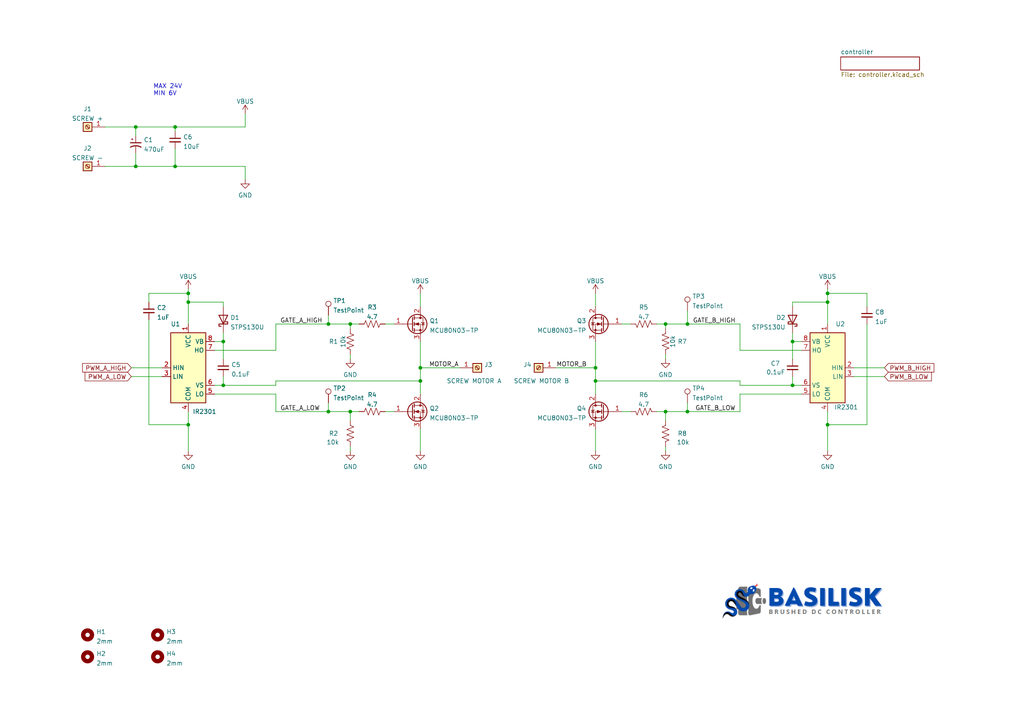
<source format=kicad_sch>
(kicad_sch (version 20211123) (generator eeschema)
  (paper "A4")
  (lib_symbols
    (symbol "Connector:Screw_Terminal_01x01" (pin_names (offset 1.016) hide)
      (property "Reference" "J" (at 0 2.54 0))
      (property "Value" "Screw_Terminal_01x01" (at 0 -2.54 0))
      (symbol "Screw_Terminal_01x01_1_1"
        (rectangle (start -1.27 1.27) (end 1.27 -1.27) (stroke (width 0.254)) (fill (type background)))
        (polyline (pts (xy -0.5334 0.3302) (xy 0.3302 -0.508)) (stroke (width 0.1524)))
        (polyline (pts (xy -0.3556 0.508) (xy 0.508 -0.3302)) (stroke (width 0.1524)))
        (circle (center 0 0) (radius 0.635) (stroke (width 0.1524)))
        (pin passive line (at -5.08 0 0) (length 3.81) (name "Pin_1") (number "1"))
      )
    )
    (symbol "Connector:TestPoint" (pin_numbers hide) (pin_names (offset 0.762) hide)
      (property "Reference" "TP" (at 0 6.858 0))
      (property "Value" "TestPoint" (at 0 5.08 0))
      (symbol "TestPoint_0_1"
        (circle (center 0 3.302) (radius 0.762))
      )
      (symbol "TestPoint_1_1"
        (pin passive line (at 0 0 90) (length 2.54) (name "1") (number "1"))
      )
    )
    (symbol "Device:C_Polarized_Small_US" (pin_numbers hide) (pin_names (offset 0.254) hide)
      (property "Reference" "C" (at 0.254 1.778 0))
      (property "Value" "C_Polarized_Small_US" (at 0.254 -2.032 0))
      (symbol "C_Polarized_Small_US_0_1"
        (polyline (pts (xy -1.524 0.508) (xy 1.524 0.508)) (stroke (width 0.3048)))
        (polyline (pts (xy -1.27 1.524) (xy -0.762 1.524)))
        (polyline (pts (xy -1.016 1.27) (xy -1.016 1.778)))
        (arc (start 1.524 -0.762) (mid 0 -0.3734) (end -1.524 -0.762) (stroke (width 0.3048)))
      )
      (symbol "C_Polarized_Small_US_1_1"
        (pin passive line (at 0 2.54 270) (length 2.032) (name "~") (number "1"))
        (pin passive line (at 0 -2.54 90) (length 2.032) (name "~") (number "2"))
      )
    )
    (symbol "Device:C_Small" (pin_numbers hide) (pin_names (offset 0.254) hide)
      (property "Reference" "C" (at 0.254 1.778 0))
      (property "Value" "C_Small" (at 0.254 -2.032 0))
      (symbol "C_Small_0_1"
        (polyline (pts (xy -1.524 -0.508) (xy 1.524 -0.508)) (stroke (width 0.3302)))
        (polyline (pts (xy -1.524 0.508) (xy 1.524 0.508)) (stroke (width 0.3048)))
      )
      (symbol "C_Small_1_1"
        (pin passive line (at 0 2.54 270) (length 2.032) (name "~") (number "1"))
        (pin passive line (at 0 -2.54 90) (length 2.032) (name "~") (number "2"))
      )
    )
    (symbol "Device:D_Schottky" (pin_numbers hide) (pin_names (offset 1.016) hide)
      (property "Reference" "D" (at 0 2.54 0))
      (property "Value" "D_Schottky" (at 0 -2.54 0))
      (symbol "D_Schottky_0_1"
        (polyline (pts (xy 1.27 0) (xy -1.27 0)))
        (polyline (pts (xy 1.27 1.27) (xy 1.27 -1.27) (xy -1.27 0) (xy 1.27 1.27)) (stroke (width 0.254)))
        (polyline (pts (xy -1.905 0.635) (xy -1.905 1.27) (xy -1.27 1.27) (xy -1.27 -1.27) (xy -0.635 -1.27) (xy -0.635 -0.635)) (stroke (width 0.254)))
      )
      (symbol "D_Schottky_1_1"
        (pin passive line (at -3.81 0 0) (length 2.54) (name "K") (number "1"))
        (pin passive line (at 3.81 0 180) (length 2.54) (name "A") (number "2"))
      )
    )
    (symbol "Device:Q_NMOS_GDS" (pin_names (offset 0) hide)
      (property "Reference" "Q" (at 5.08 1.27 0))
      (property "Value" "Q_NMOS_GDS" (at 5.08 -1.27 0))
      (symbol "Q_NMOS_GDS_0_1"
        (polyline (pts (xy 0.254 0) (xy -2.54 0)))
        (polyline (pts (xy 0.254 1.905) (xy 0.254 -1.905)) (stroke (width 0.254)))
        (polyline (pts (xy 0.762 -1.27) (xy 0.762 -2.286)) (stroke (width 0.254)))
        (polyline (pts (xy 0.762 0.508) (xy 0.762 -0.508)) (stroke (width 0.254)))
        (polyline (pts (xy 0.762 2.286) (xy 0.762 1.27)) (stroke (width 0.254)))
        (polyline (pts (xy 2.54 2.54) (xy 2.54 1.778)))
        (polyline (pts (xy 2.54 -2.54) (xy 2.54 0) (xy 0.762 0)))
        (polyline (pts (xy 0.762 -1.778) (xy 3.302 -1.778) (xy 3.302 1.778) (xy 0.762 1.778)))
        (polyline (pts (xy 1.016 0) (xy 2.032 0.381) (xy 2.032 -0.381) (xy 1.016 0)) (fill (type outline)))
        (polyline (pts (xy 2.794 0.508) (xy 2.921 0.381) (xy 3.683 0.381) (xy 3.81 0.254)))
        (polyline (pts (xy 3.302 0.381) (xy 2.921 -0.254) (xy 3.683 -0.254) (xy 3.302 0.381)))
        (circle (center 1.651 0) (radius 2.794) (stroke (width 0.254)))
        (circle (center 2.54 -1.778) (radius 0.254) (fill (type outline)))
        (circle (center 2.54 1.778) (radius 0.254) (fill (type outline)))
      )
      (symbol "Q_NMOS_GDS_1_1"
        (pin input line (at -5.08 0 0) (length 2.54) (name "G") (number "1"))
        (pin passive line (at 2.54 5.08 270) (length 2.54) (name "D") (number "2"))
        (pin passive line (at 2.54 -5.08 90) (length 2.54) (name "S") (number "3"))
      )
    )
    (symbol "Device:R_US" (pin_numbers hide) (pin_names (offset 0))
      (property "Reference" "R" (at 2.54 0 90))
      (property "Value" "R_US" (at -2.54 0 90))
      (symbol "R_US_0_1"
        (polyline (pts (xy 0 -2.286) (xy 0 -2.54)))
        (polyline (pts (xy 0 2.286) (xy 0 2.54)))
        (polyline (pts (xy 0 -0.762) (xy 1.016 -1.143) (xy 0 -1.524) (xy -1.016 -1.905) (xy 0 -2.286)))
        (polyline (pts (xy 0 0.762) (xy 1.016 0.381) (xy 0 0) (xy -1.016 -0.381) (xy 0 -0.762)))
        (polyline (pts (xy 0 2.286) (xy 1.016 1.905) (xy 0 1.524) (xy -1.016 1.143) (xy 0 0.762)))
      )
      (symbol "R_US_1_1"
        (pin passive line (at 0 3.81 270) (length 1.27) (name "~") (number "1"))
        (pin passive line (at 0 -3.81 90) (length 1.27) (name "~") (number "2"))
      )
    )
    (symbol "Driver_FET:IR2301"
      (property "Reference" "U" (at 1.27 13.335 0))
      (property "Value" "IR2301" (at 1.27 11.43 0))
      (symbol "IR2301_0_1"
        (rectangle (start -5.08 -10.16) (end 5.08 10.16) (stroke (width 0.254)) (fill (type background)))
      )
      (symbol "IR2301_1_1"
        (pin power_in line (at 0 12.7 270) (length 2.54) (name "VCC") (number "1"))
        (pin input line (at -7.62 0 0) (length 2.54) (name "HIN") (number "2"))
        (pin input line (at -7.62 -2.54 0) (length 2.54) (name "LIN") (number "3"))
        (pin power_in line (at 0 -12.7 90) (length 2.54) (name "COM") (number "4"))
        (pin output line (at 7.62 -7.62 180) (length 2.54) (name "LO") (number "5"))
        (pin passive line (at 7.62 -5.08 180) (length 2.54) (name "VS") (number "6"))
        (pin output line (at 7.62 5.08 180) (length 2.54) (name "HO") (number "7"))
        (pin passive line (at 7.62 7.62 180) (length 2.54) (name "VB") (number "8"))
      )
    )
    (symbol "Mechanical:MountingHole" (pin_names (offset 1.016))
      (property "Reference" "H" (at 0 5.08 0))
      (property "Value" "MountingHole" (at 0 3.175 0))
      (symbol "MountingHole_0_1"
        (circle (center 0 0) (radius 1.27) (stroke (width 1.27)))
      )
    )
    (symbol "power:GND" (power) (pin_names (offset 0))
      (property "Value" "GND" (at 0 -3.81 0))
      (symbol "GND_0_1"
        (polyline (pts (xy 0 0) (xy 0 -1.27) (xy 1.27 -1.27) (xy 0 -2.54) (xy -1.27 -1.27) (xy 0 -1.27)))
      )
      (symbol "GND_1_1"
        (pin power_in line (at 0 0 270) (length 0) hide (name "GND") (number "1"))
      )
    )
    (symbol "power:VBUS" (power) (pin_names (offset 0))
      (property "Value" "VBUS" (at 0 3.81 0))
      (symbol "VBUS_0_1"
        (polyline (pts (xy -0.762 1.27) (xy 0 2.54)))
        (polyline (pts (xy 0 0) (xy 0 2.54)))
        (polyline (pts (xy 0 2.54) (xy 0.762 1.27)))
      )
      (symbol "VBUS_1_1"
        (pin power_in line (at 0 0 90) (length 0) hide (name "VBUS") (number "1"))
      )
    )
  )
  (junction (at 54.61 123.19))
  (junction (at 229.87 99.06))
  (junction (at 39.37 36.83))
  (junction (at 240.03 87.63))
  (junction (at 101.6 93.98))
  (junction (at 193.04 93.98))
  (junction (at 199.39 93.98))
  (junction (at 172.72 106.68))
  (junction (at 54.61 85.09))
  (junction (at 121.92 110.49))
  (junction (at 199.39 119.38))
  (junction (at 172.72 110.49))
  (junction (at 95.25 119.38))
  (junction (at 193.04 119.38))
  (junction (at 121.92 106.68))
  (junction (at 95.25 93.98))
  (junction (at 50.8 48.26))
  (junction (at 54.61 87.63))
  (junction (at 50.8 36.83))
  (junction (at 64.77 99.06))
  (junction (at 229.87 111.76))
  (junction (at 240.03 123.19))
  (junction (at 39.37 48.26))
  (junction (at 64.77 111.76))
  (junction (at 101.6 119.38))
  (junction (at 240.03 85.09))
  (wire (pts (xy 104.14 119.38) (xy 101.6 119.38)))
  (wire (pts (xy 121.92 106.68) (xy 121.92 110.49)))
  (wire (pts (xy 64.77 104.14) (xy 64.77 99.06)))
  (wire (pts (xy 80.01 119.38) (xy 95.25 119.38)))
  (wire (pts (xy 240.03 83.82) (xy 240.03 85.09)))
  (wire (pts (xy 39.37 48.26) (xy 50.8 48.26)))
  (wire (pts (xy 111.76 93.98) (xy 114.3 93.98)))
  (wire (pts (xy 71.12 36.83) (xy 71.12 33.02)))
  (wire (pts (xy 62.23 101.6) (xy 80.01 101.6)))
  (wire (pts (xy 199.39 119.38) (xy 193.04 119.38)))
  (wire (pts (xy 80.01 110.49) (xy 80.01 111.76)))
  (wire (pts (xy 111.76 119.38) (xy 114.3 119.38)))
  (wire (pts (xy 193.04 93.98) (xy 193.04 95.25)))
  (wire (pts (xy 172.72 124.46) (xy 172.72 130.81)))
  (wire (pts (xy 50.8 36.83) (xy 71.12 36.83)))
  (wire (pts (xy 232.41 111.76) (xy 229.87 111.76)))
  (wire (pts (xy 214.63 93.98) (xy 199.39 93.98)))
  (wire (pts (xy 214.63 119.38) (xy 199.39 119.38)))
  (wire (pts (xy 182.88 119.38) (xy 180.34 119.38)))
  (wire (pts (xy 80.01 101.6) (xy 80.01 93.98)))
  (wire (pts (xy 190.5 93.98) (xy 193.04 93.98)))
  (wire (pts (xy 64.77 99.06) (xy 62.23 99.06)))
  (wire (pts (xy 38.1 106.68) (xy 46.99 106.68)))
  (wire (pts (xy 193.04 119.38) (xy 193.04 121.92)))
  (wire (pts (xy 64.77 96.52) (xy 64.77 99.06)))
  (wire (pts (xy 64.77 87.63) (xy 54.61 87.63)))
  (wire (pts (xy 43.18 123.19) (xy 54.61 123.19)))
  (wire (pts (xy 80.01 111.76) (xy 64.77 111.76)))
  (wire (pts (xy 43.18 87.63) (xy 43.18 85.09)))
  (wire (pts (xy 39.37 44.45) (xy 39.37 48.26)))
  (wire (pts (xy 229.87 111.76) (xy 229.87 109.22)))
  (wire (pts (xy 101.6 119.38) (xy 101.6 121.92)))
  (wire (pts (xy 54.61 85.09) (xy 54.61 87.63)))
  (wire (pts (xy 240.03 85.09) (xy 251.46 85.09)))
  (wire (pts (xy 121.92 85.09) (xy 121.92 88.9)))
  (wire (pts (xy 232.41 114.3) (xy 214.63 114.3)))
  (wire (pts (xy 121.92 106.68) (xy 133.35 106.68)))
  (wire (pts (xy 101.6 102.87) (xy 101.6 104.14)))
  (wire (pts (xy 95.25 116.84) (xy 95.25 119.38)))
  (wire (pts (xy 95.25 119.38) (xy 101.6 119.38)))
  (wire (pts (xy 101.6 93.98) (xy 101.6 95.25)))
  (wire (pts (xy 50.8 43.18) (xy 50.8 48.26)))
  (wire (pts (xy 104.14 93.98) (xy 101.6 93.98)))
  (wire (pts (xy 54.61 87.63) (xy 54.61 93.98)))
  (wire (pts (xy 95.25 91.44) (xy 95.25 93.98)))
  (wire (pts (xy 54.61 119.38) (xy 54.61 123.19)))
  (wire (pts (xy 121.92 110.49) (xy 121.92 114.3)))
  (wire (pts (xy 214.63 114.3) (xy 214.63 119.38)))
  (wire (pts (xy 214.63 111.76) (xy 229.87 111.76)))
  (wire (pts (xy 229.87 88.9) (xy 229.87 87.63)))
  (wire (pts (xy 39.37 48.26) (xy 30.48 48.26)))
  (wire (pts (xy 95.25 93.98) (xy 101.6 93.98)))
  (wire (pts (xy 214.63 101.6) (xy 214.63 93.98)))
  (wire (pts (xy 240.03 85.09) (xy 240.03 87.63)))
  (wire (pts (xy 64.77 88.9) (xy 64.77 87.63)))
  (wire (pts (xy 240.03 123.19) (xy 240.03 130.81)))
  (wire (pts (xy 64.77 111.76) (xy 64.77 109.22)))
  (wire (pts (xy 80.01 114.3) (xy 80.01 119.38)))
  (wire (pts (xy 229.87 96.52) (xy 229.87 99.06)))
  (wire (pts (xy 172.72 106.68) (xy 172.72 110.49)))
  (wire (pts (xy 251.46 123.19) (xy 240.03 123.19)))
  (wire (pts (xy 240.03 87.63) (xy 240.03 93.98)))
  (wire (pts (xy 256.54 109.22) (xy 247.65 109.22)))
  (wire (pts (xy 39.37 36.83) (xy 39.37 39.37)))
  (wire (pts (xy 71.12 52.07) (xy 71.12 48.26)))
  (wire (pts (xy 38.1 109.22) (xy 46.99 109.22)))
  (wire (pts (xy 39.37 36.83) (xy 50.8 36.83)))
  (wire (pts (xy 229.87 87.63) (xy 240.03 87.63)))
  (wire (pts (xy 43.18 92.71) (xy 43.18 123.19)))
  (wire (pts (xy 190.5 119.38) (xy 193.04 119.38)))
  (wire (pts (xy 62.23 114.3) (xy 80.01 114.3)))
  (wire (pts (xy 50.8 48.26) (xy 71.12 48.26)))
  (wire (pts (xy 80.01 93.98) (xy 95.25 93.98)))
  (wire (pts (xy 172.72 99.06) (xy 172.72 106.68)))
  (wire (pts (xy 232.41 101.6) (xy 214.63 101.6)))
  (wire (pts (xy 251.46 85.09) (xy 251.46 88.9)))
  (wire (pts (xy 62.23 111.76) (xy 64.77 111.76)))
  (wire (pts (xy 54.61 123.19) (xy 54.61 130.81)))
  (wire (pts (xy 240.03 119.38) (xy 240.03 123.19)))
  (wire (pts (xy 50.8 36.83) (xy 50.8 38.1)))
  (wire (pts (xy 199.39 90.17) (xy 199.39 93.98)))
  (wire (pts (xy 54.61 83.82) (xy 54.61 85.09)))
  (wire (pts (xy 43.18 85.09) (xy 54.61 85.09)))
  (wire (pts (xy 121.92 124.46) (xy 121.92 130.81)))
  (wire (pts (xy 193.04 129.54) (xy 193.04 130.81)))
  (wire (pts (xy 39.37 36.83) (xy 30.48 36.83)))
  (wire (pts (xy 101.6 129.54) (xy 101.6 130.81)))
  (wire (pts (xy 199.39 116.84) (xy 199.39 119.38)))
  (wire (pts (xy 193.04 102.87) (xy 193.04 104.14)))
  (wire (pts (xy 199.39 93.98) (xy 193.04 93.98)))
  (wire (pts (xy 182.88 93.98) (xy 180.34 93.98)))
  (wire (pts (xy 229.87 104.14) (xy 229.87 99.06)))
  (wire (pts (xy 256.54 106.68) (xy 247.65 106.68)))
  (wire (pts (xy 172.72 85.09) (xy 172.72 88.9)))
  (wire (pts (xy 229.87 99.06) (xy 232.41 99.06)))
  (wire (pts (xy 172.72 106.68) (xy 161.29 106.68)))
  (wire (pts (xy 214.63 110.49) (xy 214.63 111.76)))
  (wire (pts (xy 121.92 99.06) (xy 121.92 106.68)))
  (wire (pts (xy 80.01 110.49) (xy 121.92 110.49)))
  (wire (pts (xy 172.72 110.49) (xy 172.72 114.3)))
  (wire (pts (xy 214.63 110.49) (xy 172.72 110.49)))
  (wire (pts (xy 251.46 93.98) (xy 251.46 123.19)))
  (image (at 233.68 173.99) (scale 1.27119))
  (text "MAX 24V\nMIN 6V" (at 44.45 27.94 0) (effects (font (size 1.27 1.27)) (justify left bottom)))
  (label "MOTOR_B" (at 170.18 106.68 180))
  (label "GATE_B_HIGH" (at 213.36 93.98 180))
  (label "MOTOR_A" (at 124.46 106.68 0))
  (label "GATE_A_HIGH" (at 81.28 93.98 0))
  (label "GATE_B_LOW" (at 213.36 119.38 180))
  (label "GATE_A_LOW" (at 81.28 119.38 0))
  (global_label "PWM_B_HIGH" (shape input) (at 256.54 106.68 0) (property "Intersheet References" "${INTERSHEET_REFS}" (effects hide)))
  (global_label "PWM_B_LOW" (shape input) (at 256.54 109.22 0) (property "Intersheet References" "${INTERSHEET_REFS}" (effects hide)))
  (global_label "PWM_A_HIGH" (shape input) (at 38.1 106.68 180) (property "Intersheet References" "${INTERSHEET_REFS}" (effects hide)))
  (global_label "PWM_A_LOW" (shape input) (at 38.1 109.22 180) (property "Intersheet References" "${INTERSHEET_REFS}" (effects hide)))
  (symbol (lib_id "Device:D_Schottky") (at 229.87 92.71 270) (mirror x) (unit 1)
    (property "Reference" "D2" (at 227.838 92.119 90) (effects (justify right)))
    (property "Value" "STPS130U" (at 227.838 94.8941 90) (effects (justify right)))
    (property "Footprint" "Diode_SMD:D_SMB" (effects hide))
    (property "Digikey Part Num" "497-12627-1-ND" (effects hide))
  )
  (symbol (lib_id "power:GND") (at 193.04 130.81 0) (mirror y) (unit 1)
    (property "Reference" "#PWR0107" (effects hide))
    (property "Value" "GND" (at 193.04 135.3725 0))
  )
  (symbol (lib_id "Device:C_Small") (at 43.18 90.17 0) (unit 1)
    (property "Reference" "C2" (at 45.5041 89.2678 0) (effects (justify left)))
    (property "Value" "1uF" (at 45.5041 92.0429 0) (effects (justify left)))
    (property "Footprint" "Capacitor_SMD:C_0805_2012Metric_Pad1.18x1.45mm_HandSolder" (effects hide))
    (property "Digikey Part Num" "1276-6470-1-ND" (effects hide))
  )
  (symbol (lib_id "Connector:Screw_Terminal_01x01") (at 156.21 106.68 0) (mirror y) (unit 1)
    (property "Reference" "J4" (at 154.178 105.7715 0) (effects (justify left)))
    (property "Value" "SCREW MOTOR B" (at 165.1 110.49 0) (effects (justify left)))
    (property "Footprint" "motor-controller-footprints:7698-SEMS" (effects hide))
    (property "Digikey Part Num" "36-7698-SEMS-ND" (effects hide))
  )
  (symbol (lib_id "Device:Q_NMOS_GDS") (at 119.38 93.98 0) (unit 1)
    (property "Reference" "Q1" (at 124.587 93.0715 0) (effects (justify left)))
    (property "Value" "MCU80N03-TP" (at 124.587 95.8466 0) (effects (justify left)))
    (property "Footprint" "Package_TO_SOT_SMD:TO-252-3_TabPin2" (effects hide))
    (property "Digikey Part Num" "MCU80N03-TPMSCT-ND" (effects hide))
  )
  (symbol (lib_id "Device:R_US") (at 101.6 99.06 180) (unit 1)
    (property "Reference" "R1" (at 96.7445 99.06 0))
    (property "Value" "10k" (at 99.5196 99.06 90))
    (property "Footprint" "Resistor_SMD:R_0603_1608Metric_Pad0.98x0.95mm_HandSolder" (effects hide))
    (property "Digikey Part Num" "1276-3485-1-ND" (effects hide))
  )
  (symbol (lib_id "power:GND") (at 101.6 130.81 0) (unit 1)
    (property "Reference" "#PWR0114" (effects hide))
    (property "Value" "GND" (at 101.6 135.3725 0))
  )
  (symbol (lib_id "Device:Q_NMOS_GDS") (at 175.26 119.38 0) (mirror y) (unit 1)
    (property "Reference" "Q4" (at 170.0531 118.4715 0) (effects (justify left)))
    (property "Value" "MCU80N03-TP" (at 170.0531 121.2466 0) (effects (justify left)))
    (property "Footprint" "Package_TO_SOT_SMD:TO-252-3_TabPin2" (effects hide))
    (property "Digikey Part Num" "MCU80N03-TPMSCT-ND" (effects hide))
  )
  (symbol (lib_id "Device:Q_NMOS_GDS") (at 175.26 93.98 0) (mirror y) (unit 1)
    (property "Reference" "Q3" (at 170.0531 93.0715 0) (effects (justify left)))
    (property "Value" "MCU80N03-TP" (at 170.0531 95.8466 0) (effects (justify left)))
    (property "Footprint" "Package_TO_SOT_SMD:TO-252-3_TabPin2" (effects hide))
    (property "Digikey Part Num" "MCU80N03-TPMSCT-ND" (effects hide))
  )
  (symbol (lib_id "Driver_FET:IR2301") (at 240.03 106.68 0) (mirror y) (unit 1)
    (property "Reference" "U2" (at 245.11 93.98 0) (effects (justify left)))
    (property "Value" "IR2301" (at 248.92 118.11 0) (effects (justify left)))
    (property "Footprint" "Package_SO:SOIC-8_3.9x4.9mm_P1.27mm" (effects hide))
    (property "Datasheet" "https://www.infineon.com/dgdl/ir2301.pdf?fileId=5546d462533600a4015355c97bb216dc" (effects hide))
    (property "Digikey Part Num" "IR2301SPBF-ND" (effects hide))
  )
  (symbol (lib_id "Connector:Screw_Terminal_01x01") (at 138.43 106.68 0) (unit 1)
    (property "Reference" "J3" (at 140.462 105.7715 0) (effects (justify left)))
    (property "Value" "SCREW MOTOR A" (at 129.54 110.49 0) (effects (justify left)))
    (property "Footprint" "motor-controller-footprints:7698-SEMS" (effects hide))
    (property "Digikey Part Num" "36-7698-SEMS-ND" (effects hide))
  )
  (symbol (lib_id "Connector:Screw_Terminal_01x01") (at 25.4 48.26 180) (unit 1)
    (property "Reference" "J2" (at 25.4 43.0235 0))
    (property "Value" "SCREW -" (at 25.4 45.7986 0))
    (property "Footprint" "motor-controller-footprints:7698-SEMS" (effects hide))
    (property "Digikey Part Num" "36-7698-SEMS-ND" (effects hide))
  )
  (symbol (lib_id "power:VBUS") (at 121.92 85.09 0) (unit 1)
    (property "Reference" "#PWR0113" (effects hide))
    (property "Value" "VBUS" (at 121.92 81.4855 0))
  )
  (symbol (lib_id "Connector:TestPoint") (at 199.39 90.17 0) (unit 1)
    (property "Reference" "TP3" (at 200.787 85.9595 0) (effects (justify left)))
    (property "Value" "TestPoint" (at 200.787 88.7346 0) (effects (justify left)))
    (property "Footprint" "TestPoint:TestPoint_Pad_D1.0mm" (effects hide))
  )
  (symbol (lib_id "power:VBUS") (at 54.61 83.82 0) (unit 1)
    (property "Reference" "#PWR0111" (effects hide))
    (property "Value" "VBUS" (at 54.61 80.2155 0))
  )
  (symbol (lib_id "Device:Q_NMOS_GDS") (at 119.38 119.38 0) (unit 1)
    (property "Reference" "Q2" (at 124.587 118.4715 0) (effects (justify left)))
    (property "Value" "MCU80N03-TP" (at 124.587 121.2466 0) (effects (justify left)))
    (property "Footprint" "Package_TO_SOT_SMD:TO-252-3_TabPin2" (effects hide))
    (property "Digikey Part Num" "MCU80N03-TPMSCT-ND" (effects hide))
  )
  (symbol (lib_id "Device:C_Small") (at 229.87 106.68 0) (mirror y) (unit 1)
    (property "Reference" "C7" (at 223.52 105.41 0) (effects (justify right)))
    (property "Value" "0.1uF" (at 222.25 107.95 0) (effects (justify right)))
    (property "Footprint" "Capacitor_SMD:C_0603_1608Metric_Pad1.08x0.95mm_HandSolder" (effects hide))
    (property "Digikey Part Num" "399-14105-1-ND" (effects hide))
  )
  (symbol (lib_id "power:GND") (at 71.12 52.07 0) (unit 1)
    (property "Reference" "#PWR0101" (effects hide))
    (property "Value" "GND" (at 71.12 56.6325 0))
  )
  (symbol (lib_id "power:GND") (at 101.6 104.14 0) (unit 1)
    (property "Reference" "#PWR0105" (effects hide))
    (property "Value" "GND" (at 101.6 108.7025 0))
  )
  (symbol (lib_id "Device:R_US") (at 101.6 125.73 180) (unit 1)
    (property "Reference" "R2" (at 96.7445 125.73 0))
    (property "Value" "10k" (at 96.52 128.27 0))
    (property "Footprint" "Resistor_SMD:R_0603_1608Metric_Pad0.98x0.95mm_HandSolder" (effects hide))
    (property "Digikey Part Num" "1276-3485-1-ND" (effects hide))
  )
  (symbol (lib_id "power:GND") (at 54.61 130.81 0) (unit 1)
    (property "Reference" "#PWR0110" (effects hide))
    (property "Value" "GND" (at 54.61 135.3725 0))
  )
  (symbol (lib_id "Connector:Screw_Terminal_01x01") (at 25.4 36.83 180) (unit 1)
    (property "Reference" "J1" (at 25.4 31.5935 0))
    (property "Value" "SCREW +" (at 25.4 34.3686 0))
    (property "Footprint" "motor-controller-footprints:7698-SEMS" (effects hide))
    (property "Digikey Part Num" "36-7698-SEMS-ND" (effects hide))
  )
  (symbol (lib_id "power:GND") (at 240.03 130.81 0) (mirror y) (unit 1)
    (property "Reference" "#PWR0103" (effects hide))
    (property "Value" "GND" (at 240.03 135.3725 0))
  )
  (symbol (lib_id "Device:R_US") (at 186.69 119.38 270) (mirror x) (unit 1)
    (property "Reference" "R6" (at 186.69 114.5245 90))
    (property "Value" "4.7" (at 186.69 117.2996 90))
    (property "Footprint" "Resistor_SMD:R_0603_1608Metric_Pad0.98x0.95mm_HandSolder" (effects hide))
    (property "Digikey Part Num" "RNCP0603FTD4R70CT-ND" (effects hide))
  )
  (symbol (lib_id "Connector:TestPoint") (at 95.25 91.44 0) (unit 1)
    (property "Reference" "TP1" (at 96.647 87.2295 0) (effects (justify left)))
    (property "Value" "TestPoint" (at 96.647 90.0046 0) (effects (justify left)))
    (property "Footprint" "TestPoint:TestPoint_Pad_D1.0mm" (effects hide))
  )
  (symbol (lib_id "Connector:TestPoint") (at 199.39 116.84 0) (unit 1)
    (property "Reference" "TP4" (at 200.787 112.6295 0) (effects (justify left)))
    (property "Value" "TestPoint" (at 200.787 115.4046 0) (effects (justify left)))
    (property "Footprint" "TestPoint:TestPoint_Pad_D1.0mm" (effects hide))
  )
  (symbol (lib_id "power:VBUS") (at 172.72 85.09 0) (mirror y) (unit 1)
    (property "Reference" "#PWR0109" (effects hide))
    (property "Value" "VBUS" (at 172.72 81.4855 0))
  )
  (symbol (lib_id "Device:C_Small") (at 50.8 40.64 0) (unit 1)
    (property "Reference" "C6" (at 53.1241 39.7378 0) (effects (justify left)))
    (property "Value" "10uF" (at 53.1241 42.5129 0) (effects (justify left)))
    (property "Footprint" "Capacitor_SMD:C_1206_3216Metric_Pad1.33x1.80mm_HandSolder" (effects hide))
    (property "Digikey Part Num" "1276-6736-1-ND" (effects hide))
  )
  (symbol (lib_id "power:VBUS") (at 71.12 33.02 0) (unit 1)
    (property "Reference" "#PWR0102" (effects hide))
    (property "Value" "VBUS" (at 71.12 29.4155 0))
  )
  (symbol (lib_id "power:GND") (at 193.04 104.14 0) (mirror y) (unit 1)
    (property "Reference" "#PWR0108" (effects hide))
    (property "Value" "GND" (at 193.04 108.7025 0))
  )
  (symbol (lib_id "Mechanical:MountingHole") (at 45.72 184.15 0) (unit 1)
    (property "Reference" "H3" (at 48.26 183.2415 0) (effects (justify left)))
    (property "Value" "2mm" (at 48.26 186.0166 0) (effects (justify left)))
    (property "Footprint" "MountingHole:MountingHole_2.1mm" (effects hide))
  )
  (symbol (lib_id "Device:C_Small") (at 64.77 106.68 0) (unit 1)
    (property "Reference" "C5" (at 67.0941 105.7778 0) (effects (justify left)))
    (property "Value" "0.1uF" (at 67.0941 108.5529 0) (effects (justify left)))
    (property "Footprint" "Capacitor_SMD:C_0603_1608Metric_Pad1.08x0.95mm_HandSolder" (effects hide))
    (property "Digikey Part Num" "399-14105-1-ND" (effects hide))
  )
  (symbol (lib_id "Mechanical:MountingHole") (at 45.72 190.5 0) (unit 1)
    (property "Reference" "H4" (at 48.26 189.5915 0) (effects (justify left)))
    (property "Value" "2mm" (at 48.26 192.3666 0) (effects (justify left)))
    (property "Footprint" "MountingHole:MountingHole_2.1mm" (effects hide))
  )
  (symbol (lib_id "power:VBUS") (at 240.03 83.82 0) (mirror y) (unit 1)
    (property "Reference" "#PWR0104" (effects hide))
    (property "Value" "VBUS" (at 240.03 80.2155 0))
  )
  (symbol (lib_id "Device:C_Polarized_Small_US") (at 39.37 41.91 0) (unit 1)
    (property "Reference" "C1" (at 41.6814 40.5697 0) (effects (justify left)))
    (property "Value" "470uF" (at 41.6814 43.3448 0) (effects (justify left)))
    (property "Footprint" "motor-controller-footprints:CP_Elec_12.5x13.5" (effects hide))
    (property "Digikey Part Num" "565-2480-1-ND" (effects hide))
  )
  (symbol (lib_id "Device:R_US") (at 107.95 93.98 90) (unit 1)
    (property "Reference" "R3" (at 107.95 89.1245 90))
    (property "Value" "4.7" (at 107.95 91.8996 90))
    (property "Footprint" "Resistor_SMD:R_0603_1608Metric_Pad0.98x0.95mm_HandSolder" (effects hide))
    (property "Digikey Part Num" "RNCP0603FTD4R70CT-ND" (effects hide))
  )
  (symbol (lib_id "power:GND") (at 172.72 130.81 0) (mirror y) (unit 1)
    (property "Reference" "#PWR0106" (effects hide))
    (property "Value" "GND" (at 172.72 135.3725 0))
  )
  (symbol (lib_id "power:GND") (at 121.92 130.81 0) (unit 1)
    (property "Reference" "#PWR0112" (effects hide))
    (property "Value" "GND" (at 121.92 135.3725 0))
  )
  (symbol (lib_id "Device:D_Schottky") (at 64.77 92.71 90) (unit 1)
    (property "Reference" "D1" (at 66.802 92.119 90) (effects (justify right)))
    (property "Value" "STPS130U" (at 66.802 94.8941 90) (effects (justify right)))
    (property "Footprint" "Diode_SMD:D_SMB" (effects hide))
    (property "Digikey Part Num" "497-12627-1-ND" (effects hide))
  )
  (symbol (lib_id "Device:R_US") (at 186.69 93.98 270) (mirror x) (unit 1)
    (property "Reference" "R5" (at 186.69 89.1245 90))
    (property "Value" "4.7" (at 186.69 91.8996 90))
    (property "Footprint" "Resistor_SMD:R_0603_1608Metric_Pad0.98x0.95mm_HandSolder" (effects hide))
    (property "Digikey Part Num" "RNCP0603FTD4R70CT-ND" (effects hide))
  )
  (symbol (lib_id "Driver_FET:IR2301") (at 54.61 106.68 0) (unit 1)
    (property "Reference" "U1" (at 49.53 93.98 0) (effects (justify left)))
    (property "Value" "IR2301" (at 55.88 119.38 0) (effects (justify left)))
    (property "Footprint" "Package_SO:SOIC-8_3.9x4.9mm_P1.27mm" (effects hide))
    (property "Datasheet" "https://www.infineon.com/dgdl/ir2301.pdf?fileId=5546d462533600a4015355c97bb216dc" (effects hide))
    (property "Digikey Part Num" "IR2301SPBF-ND" (effects hide))
  )
  (symbol (lib_id "Device:R_US") (at 107.95 119.38 90) (unit 1)
    (property "Reference" "R4" (at 107.95 114.5245 90))
    (property "Value" "4.7" (at 107.95 117.2996 90))
    (property "Footprint" "Resistor_SMD:R_0603_1608Metric_Pad0.98x0.95mm_HandSolder" (effects hide))
    (property "Digikey Part Num" "RNCP0603FTD4R70CT-ND" (effects hide))
  )
  (symbol (lib_id "Device:R_US") (at 193.04 125.73 0) (mirror x) (unit 1)
    (property "Reference" "R8" (at 197.8955 125.73 0))
    (property "Value" "10k" (at 198.12 128.27 0))
    (property "Footprint" "Resistor_SMD:R_0603_1608Metric_Pad0.98x0.95mm_HandSolder" (effects hide))
    (property "Digikey Part Num" "1276-3485-1-ND" (effects hide))
  )
  (symbol (lib_id "Device:R_US") (at 193.04 99.06 0) (mirror x) (unit 1)
    (property "Reference" "R7" (at 197.8955 99.06 0))
    (property "Value" "10k" (at 195.1204 99.06 90))
    (property "Footprint" "Resistor_SMD:R_0603_1608Metric_Pad0.98x0.95mm_HandSolder" (effects hide))
    (property "Digikey Part Num" "1276-3485-1-ND" (effects hide))
  )
  (symbol (lib_id "Connector:TestPoint") (at 95.25 116.84 0) (unit 1)
    (property "Reference" "TP2" (at 96.647 112.6295 0) (effects (justify left)))
    (property "Value" "TestPoint" (at 96.647 115.4046 0) (effects (justify left)))
    (property "Footprint" "TestPoint:TestPoint_Pad_D1.0mm" (effects hide))
  )
  (symbol (lib_id "Device:C_Small") (at 251.46 91.44 0) (unit 1)
    (property "Reference" "C8" (at 253.7841 90.5378 0) (effects (justify left)))
    (property "Value" "1uF" (at 253.7841 93.3129 0) (effects (justify left)))
    (property "Footprint" "Capacitor_SMD:C_0805_2012Metric_Pad1.18x1.45mm_HandSolder" (effects hide))
    (property "Digikey Part Num" "1276-6470-1-ND" (effects hide))
  )
  (symbol (lib_id "Mechanical:MountingHole") (at 25.4 184.15 0) (unit 1)
    (property "Reference" "H1" (at 27.94 183.2415 0) (effects (justify left)))
    (property "Value" "2mm" (at 27.94 186.0166 0) (effects (justify left)))
    (property "Footprint" "MountingHole:MountingHole_2.1mm" (effects hide))
  )
  (symbol (lib_id "Mechanical:MountingHole") (at 25.4 190.5 0) (unit 1)
    (property "Reference" "H2" (at 27.94 189.5915 0) (effects (justify left)))
    (property "Value" "2mm" (at 27.94 192.3666 0) (effects (justify left)))
    (property "Footprint" "MountingHole:MountingHole_2.1mm" (effects hide))
  )
  (sheet (at 243.84 16.51) (size 22.86 3.81) (stroke (width 0.1524))
    (property "Sheet name" "controller" (at 243.84 15.7984 0) (effects (justify left bottom)))
    (property "Sheet file" "controller.kicad_sch" (at 243.84 20.9046 0) (effects (justify left top)))
  )
)
</source>
